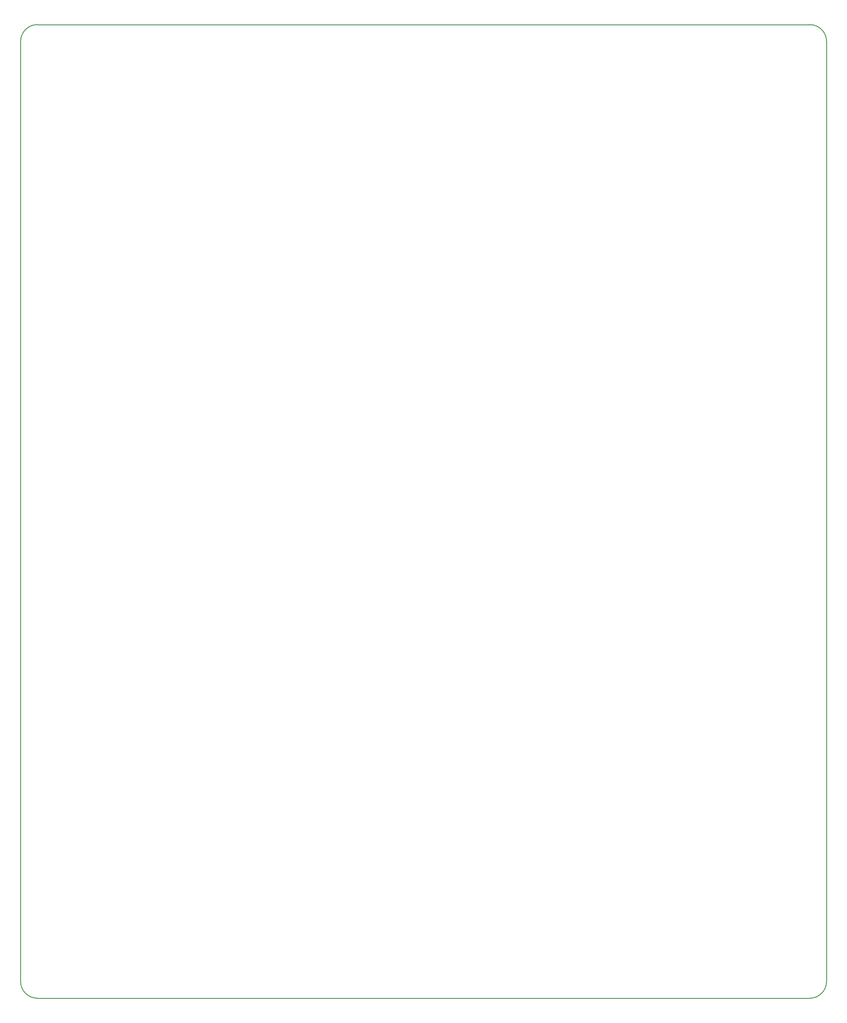
<source format=gko>
G04*
G04 #@! TF.GenerationSoftware,Altium Limited,Altium Designer,22.10.1 (41)*
G04*
G04 Layer_Color=16711935*
%FSTAX44Y44*%
%MOMM*%
G71*
G04*
G04 #@! TF.SameCoordinates,24A3EEB5-F367-497A-A3BB-2F848839041C*
G04*
G04*
G04 #@! TF.FilePolarity,Positive*
G04*
G01*
G75*
%ADD11C,0.2540*%
D11*
X024Y0285D02*
G03*
X02350247Y029I-00050001J0D01*
G01*
X00049753D02*
G03*
X-0Y0285I00000247J-0005D01*
G01*
X0Y00049753D02*
G03*
X0005Y-0I0005J00000247D01*
G01*
X02350247Y0D02*
G03*
X024Y0005I-00000247J0005D01*
G01*
X024Y00049753D02*
X024Y0285D01*
X0005Y029D02*
X0235D01*
X0005D02*
X0235D01*
X-0Y0285D02*
X-0Y00049753D01*
X00049753Y0D02*
X02350247D01*
M02*

</source>
